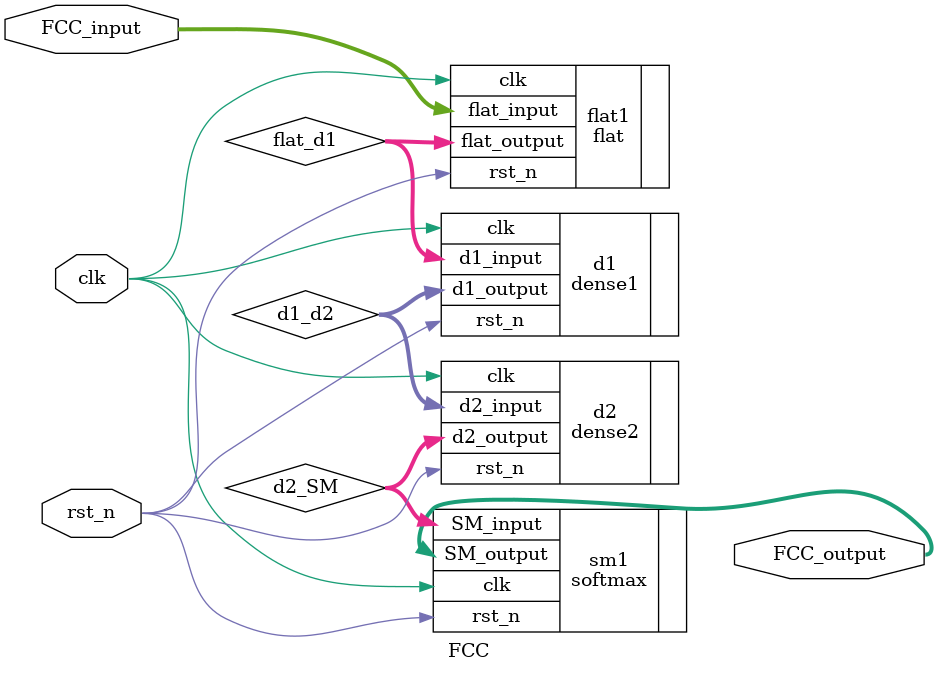
<source format=v>
`include "flat.v"
`include "dense1.v"
`include "dense2.v"
`include "softmax.v"

module	FCC(
	input clk,
	input rst_n,
	input [4*8*8*16-1:0] FCC_input,
	output [1:0] FCC_output
);

wire [256*16-1:0] flat_d1;
wire [4*16-1:0] d1_d2;
wire [2*16-1:0] d2_SM;

flat flat1(
	.clk(clk),
	.rst_n(rst_n),
	.flat_input(FCC_input),
	.flat_output(flat_d1)
);

dense1 d1(
	.clk(clk),
	.rst_n(rst_n),
	.d1_input(flat_d1),
	.d1_output(d1_d2)
);

dense2 d2(
	.clk(clk),
	.rst_n(rst_n),
	.d2_input(d1_d2),
	.d2_output(d2_SM)
);

softmax sm1(
	.clk(clk),
	.rst_n(rst_n),
	.SM_input(d2_SM),
	.SM_output(FCC_output)
);


endmodule
</source>
